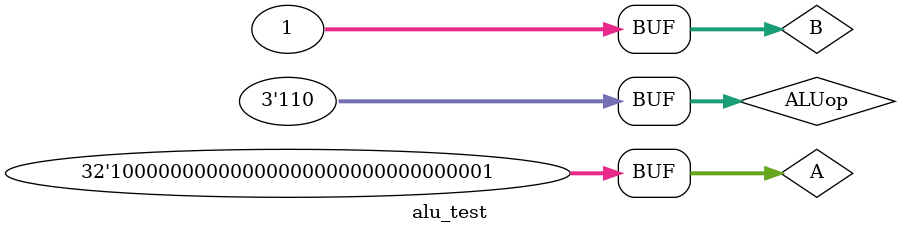
<source format=v>
`timescale 10ns / 1ns

`define DATA_WIDTH 32

module alu_test
();

	reg [`DATA_WIDTH - 1:0] A;
	reg [`DATA_WIDTH - 1:0] B;
	reg [2:0] ALUop;
	wire Overflow;
	wire CarryOut;
	wire Zero;
	wire [`DATA_WIDTH - 1:0] Result;

	initial
	begin
		A = 32'h80000001;
		B = 32'h00000001;
		ALUop = 3'b110;
	end
	alu u_alu(
		.A(A),
		.B(B),
		.ALUop(ALUop),
		.Overflow(Overflow),
		.CarryOut(CarryOut),
		.Zero(Zero),
		.Result(Result)
	);

endmodule


</source>
